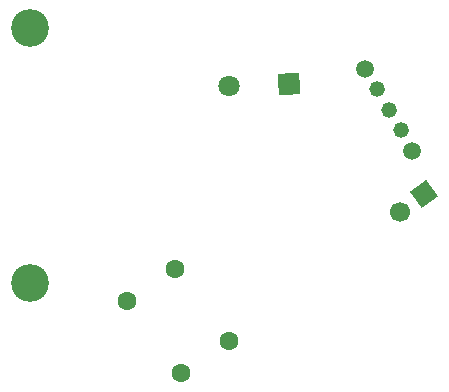
<source format=gbr>
%TF.GenerationSoftware,KiCad,Pcbnew,7.0.8*%
%TF.CreationDate,2024-01-17T10:12:41-07:00*%
%TF.ProjectId,Flex-E Rex 1_4,466c6578-2d45-4205-9265-7820315f342e,rev?*%
%TF.SameCoordinates,Original*%
%TF.FileFunction,Soldermask,Bot*%
%TF.FilePolarity,Negative*%
%FSLAX46Y46*%
G04 Gerber Fmt 4.6, Leading zero omitted, Abs format (unit mm)*
G04 Created by KiCad (PCBNEW 7.0.8) date 2024-01-17 10:12:41*
%MOMM*%
%LPD*%
G01*
G04 APERTURE LIST*
G04 Aperture macros list*
%AMHorizOval*
0 Thick line with rounded ends*
0 $1 width*
0 $2 $3 position (X,Y) of the first rounded end (center of the circle)*
0 $4 $5 position (X,Y) of the second rounded end (center of the circle)*
0 Add line between two ends*
20,1,$1,$2,$3,$4,$5,0*
0 Add two circle primitives to create the rounded ends*
1,1,$1,$2,$3*
1,1,$1,$4,$5*%
%AMRotRect*
0 Rectangle, with rotation*
0 The origin of the aperture is its center*
0 $1 length*
0 $2 width*
0 $3 Rotation angle, in degrees counterclockwise*
0 Add horizontal line*
21,1,$1,$2,0,0,$3*%
G04 Aperture macros list end*
%ADD10RotRect,1.800000X1.800000X182.000000*%
%ADD11C,1.800000*%
%ADD12C,1.320800*%
%ADD13C,1.498600*%
%ADD14C,1.600000*%
%ADD15HorizOval,1.600000X0.000000X0.000000X0.000000X0.000000X0*%
%ADD16RotRect,1.700000X1.700000X306.000000*%
%ADD17HorizOval,1.700000X0.000000X0.000000X0.000000X0.000000X0*%
%ADD18C,3.204000*%
G04 APERTURE END LIST*
D10*
%TO.C,D2*%
X83723462Y-39311879D03*
D11*
X78646557Y-39489168D03*
%TD*%
D12*
%TO.C,SW1*%
X93201161Y-43224202D03*
X92201161Y-41492150D03*
X91201161Y-39760099D03*
D13*
X94201161Y-44956252D03*
X90201161Y-38028049D03*
%TD*%
D14*
%TO.C,R2*%
X70014170Y-57714397D03*
D15*
X74600000Y-63800000D03*
%TD*%
D14*
%TO.C,R1*%
X74107085Y-54957199D03*
D15*
X78692915Y-61042802D03*
%TD*%
D16*
%TO.C,J1*%
X95231497Y-48650574D03*
D17*
X93176594Y-50143549D03*
%TD*%
D18*
%TO.C,BT1*%
X61800000Y-34600000D03*
X61800000Y-56200000D03*
%TD*%
M02*

</source>
